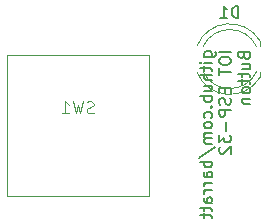
<source format=gbr>
%TF.GenerationSoftware,KiCad,Pcbnew,7.0.2*%
%TF.CreationDate,2023-11-25T23:14:47+00:00*%
%TF.ProjectId,simpleclick,73696d70-6c65-4636-9c69-636b2e6b6963,rev?*%
%TF.SameCoordinates,Original*%
%TF.FileFunction,Legend,Bot*%
%TF.FilePolarity,Positive*%
%FSLAX46Y46*%
G04 Gerber Fmt 4.6, Leading zero omitted, Abs format (unit mm)*
G04 Created by KiCad (PCBNEW 7.0.2) date 2023-11-25 23:14:47*
%MOMM*%
%LPD*%
G01*
G04 APERTURE LIST*
%ADD10C,0.150000*%
%ADD11C,0.100000*%
%ADD12C,0.120000*%
G04 APERTURE END LIST*
D10*
X130410952Y-75016666D02*
X131220476Y-75016666D01*
X131220476Y-75016666D02*
X131315714Y-74969047D01*
X131315714Y-74969047D02*
X131363333Y-74921428D01*
X131363333Y-74921428D02*
X131410952Y-74826190D01*
X131410952Y-74826190D02*
X131410952Y-74683333D01*
X131410952Y-74683333D02*
X131363333Y-74588095D01*
X131030000Y-75016666D02*
X131077619Y-74921428D01*
X131077619Y-74921428D02*
X131077619Y-74730952D01*
X131077619Y-74730952D02*
X131030000Y-74635714D01*
X131030000Y-74635714D02*
X130982380Y-74588095D01*
X130982380Y-74588095D02*
X130887142Y-74540476D01*
X130887142Y-74540476D02*
X130601428Y-74540476D01*
X130601428Y-74540476D02*
X130506190Y-74588095D01*
X130506190Y-74588095D02*
X130458571Y-74635714D01*
X130458571Y-74635714D02*
X130410952Y-74730952D01*
X130410952Y-74730952D02*
X130410952Y-74921428D01*
X130410952Y-74921428D02*
X130458571Y-75016666D01*
X131077619Y-75492857D02*
X130410952Y-75492857D01*
X130077619Y-75492857D02*
X130125238Y-75445238D01*
X130125238Y-75445238D02*
X130172857Y-75492857D01*
X130172857Y-75492857D02*
X130125238Y-75540476D01*
X130125238Y-75540476D02*
X130077619Y-75492857D01*
X130077619Y-75492857D02*
X130172857Y-75492857D01*
X130410952Y-75826190D02*
X130410952Y-76207142D01*
X130077619Y-75969047D02*
X130934761Y-75969047D01*
X130934761Y-75969047D02*
X131030000Y-76016666D01*
X131030000Y-76016666D02*
X131077619Y-76111904D01*
X131077619Y-76111904D02*
X131077619Y-76207142D01*
X131077619Y-76540476D02*
X130077619Y-76540476D01*
X131077619Y-76969047D02*
X130553809Y-76969047D01*
X130553809Y-76969047D02*
X130458571Y-76921428D01*
X130458571Y-76921428D02*
X130410952Y-76826190D01*
X130410952Y-76826190D02*
X130410952Y-76683333D01*
X130410952Y-76683333D02*
X130458571Y-76588095D01*
X130458571Y-76588095D02*
X130506190Y-76540476D01*
X130410952Y-77873809D02*
X131077619Y-77873809D01*
X130410952Y-77445238D02*
X130934761Y-77445238D01*
X130934761Y-77445238D02*
X131030000Y-77492857D01*
X131030000Y-77492857D02*
X131077619Y-77588095D01*
X131077619Y-77588095D02*
X131077619Y-77730952D01*
X131077619Y-77730952D02*
X131030000Y-77826190D01*
X131030000Y-77826190D02*
X130982380Y-77873809D01*
X131077619Y-78350000D02*
X130077619Y-78350000D01*
X130458571Y-78350000D02*
X130410952Y-78445238D01*
X130410952Y-78445238D02*
X130410952Y-78635714D01*
X130410952Y-78635714D02*
X130458571Y-78730952D01*
X130458571Y-78730952D02*
X130506190Y-78778571D01*
X130506190Y-78778571D02*
X130601428Y-78826190D01*
X130601428Y-78826190D02*
X130887142Y-78826190D01*
X130887142Y-78826190D02*
X130982380Y-78778571D01*
X130982380Y-78778571D02*
X131030000Y-78730952D01*
X131030000Y-78730952D02*
X131077619Y-78635714D01*
X131077619Y-78635714D02*
X131077619Y-78445238D01*
X131077619Y-78445238D02*
X131030000Y-78350000D01*
X130982380Y-79254762D02*
X131030000Y-79302381D01*
X131030000Y-79302381D02*
X131077619Y-79254762D01*
X131077619Y-79254762D02*
X131030000Y-79207143D01*
X131030000Y-79207143D02*
X130982380Y-79254762D01*
X130982380Y-79254762D02*
X131077619Y-79254762D01*
X131030000Y-80159523D02*
X131077619Y-80064285D01*
X131077619Y-80064285D02*
X131077619Y-79873809D01*
X131077619Y-79873809D02*
X131030000Y-79778571D01*
X131030000Y-79778571D02*
X130982380Y-79730952D01*
X130982380Y-79730952D02*
X130887142Y-79683333D01*
X130887142Y-79683333D02*
X130601428Y-79683333D01*
X130601428Y-79683333D02*
X130506190Y-79730952D01*
X130506190Y-79730952D02*
X130458571Y-79778571D01*
X130458571Y-79778571D02*
X130410952Y-79873809D01*
X130410952Y-79873809D02*
X130410952Y-80064285D01*
X130410952Y-80064285D02*
X130458571Y-80159523D01*
X131077619Y-80730952D02*
X131030000Y-80635714D01*
X131030000Y-80635714D02*
X130982380Y-80588095D01*
X130982380Y-80588095D02*
X130887142Y-80540476D01*
X130887142Y-80540476D02*
X130601428Y-80540476D01*
X130601428Y-80540476D02*
X130506190Y-80588095D01*
X130506190Y-80588095D02*
X130458571Y-80635714D01*
X130458571Y-80635714D02*
X130410952Y-80730952D01*
X130410952Y-80730952D02*
X130410952Y-80873809D01*
X130410952Y-80873809D02*
X130458571Y-80969047D01*
X130458571Y-80969047D02*
X130506190Y-81016666D01*
X130506190Y-81016666D02*
X130601428Y-81064285D01*
X130601428Y-81064285D02*
X130887142Y-81064285D01*
X130887142Y-81064285D02*
X130982380Y-81016666D01*
X130982380Y-81016666D02*
X131030000Y-80969047D01*
X131030000Y-80969047D02*
X131077619Y-80873809D01*
X131077619Y-80873809D02*
X131077619Y-80730952D01*
X131077619Y-81492857D02*
X130410952Y-81492857D01*
X130506190Y-81492857D02*
X130458571Y-81540476D01*
X130458571Y-81540476D02*
X130410952Y-81635714D01*
X130410952Y-81635714D02*
X130410952Y-81778571D01*
X130410952Y-81778571D02*
X130458571Y-81873809D01*
X130458571Y-81873809D02*
X130553809Y-81921428D01*
X130553809Y-81921428D02*
X131077619Y-81921428D01*
X130553809Y-81921428D02*
X130458571Y-81969047D01*
X130458571Y-81969047D02*
X130410952Y-82064285D01*
X130410952Y-82064285D02*
X130410952Y-82207142D01*
X130410952Y-82207142D02*
X130458571Y-82302381D01*
X130458571Y-82302381D02*
X130553809Y-82350000D01*
X130553809Y-82350000D02*
X131077619Y-82350000D01*
X130030000Y-83540475D02*
X131315714Y-82683333D01*
X131077619Y-83873809D02*
X130077619Y-83873809D01*
X130458571Y-83873809D02*
X130410952Y-83969047D01*
X130410952Y-83969047D02*
X130410952Y-84159523D01*
X130410952Y-84159523D02*
X130458571Y-84254761D01*
X130458571Y-84254761D02*
X130506190Y-84302380D01*
X130506190Y-84302380D02*
X130601428Y-84349999D01*
X130601428Y-84349999D02*
X130887142Y-84349999D01*
X130887142Y-84349999D02*
X130982380Y-84302380D01*
X130982380Y-84302380D02*
X131030000Y-84254761D01*
X131030000Y-84254761D02*
X131077619Y-84159523D01*
X131077619Y-84159523D02*
X131077619Y-83969047D01*
X131077619Y-83969047D02*
X131030000Y-83873809D01*
X131077619Y-85207142D02*
X130553809Y-85207142D01*
X130553809Y-85207142D02*
X130458571Y-85159523D01*
X130458571Y-85159523D02*
X130410952Y-85064285D01*
X130410952Y-85064285D02*
X130410952Y-84873809D01*
X130410952Y-84873809D02*
X130458571Y-84778571D01*
X131030000Y-85207142D02*
X131077619Y-85111904D01*
X131077619Y-85111904D02*
X131077619Y-84873809D01*
X131077619Y-84873809D02*
X131030000Y-84778571D01*
X131030000Y-84778571D02*
X130934761Y-84730952D01*
X130934761Y-84730952D02*
X130839523Y-84730952D01*
X130839523Y-84730952D02*
X130744285Y-84778571D01*
X130744285Y-84778571D02*
X130696666Y-84873809D01*
X130696666Y-84873809D02*
X130696666Y-85111904D01*
X130696666Y-85111904D02*
X130649047Y-85207142D01*
X131077619Y-85683333D02*
X130410952Y-85683333D01*
X130601428Y-85683333D02*
X130506190Y-85730952D01*
X130506190Y-85730952D02*
X130458571Y-85778571D01*
X130458571Y-85778571D02*
X130410952Y-85873809D01*
X130410952Y-85873809D02*
X130410952Y-85969047D01*
X131077619Y-86302381D02*
X130410952Y-86302381D01*
X130601428Y-86302381D02*
X130506190Y-86350000D01*
X130506190Y-86350000D02*
X130458571Y-86397619D01*
X130458571Y-86397619D02*
X130410952Y-86492857D01*
X130410952Y-86492857D02*
X130410952Y-86588095D01*
X131077619Y-87350000D02*
X130553809Y-87350000D01*
X130553809Y-87350000D02*
X130458571Y-87302381D01*
X130458571Y-87302381D02*
X130410952Y-87207143D01*
X130410952Y-87207143D02*
X130410952Y-87016667D01*
X130410952Y-87016667D02*
X130458571Y-86921429D01*
X131030000Y-87350000D02*
X131077619Y-87254762D01*
X131077619Y-87254762D02*
X131077619Y-87016667D01*
X131077619Y-87016667D02*
X131030000Y-86921429D01*
X131030000Y-86921429D02*
X130934761Y-86873810D01*
X130934761Y-86873810D02*
X130839523Y-86873810D01*
X130839523Y-86873810D02*
X130744285Y-86921429D01*
X130744285Y-86921429D02*
X130696666Y-87016667D01*
X130696666Y-87016667D02*
X130696666Y-87254762D01*
X130696666Y-87254762D02*
X130649047Y-87350000D01*
X130410952Y-87683334D02*
X130410952Y-88064286D01*
X130077619Y-87826191D02*
X130934761Y-87826191D01*
X130934761Y-87826191D02*
X131030000Y-87873810D01*
X131030000Y-87873810D02*
X131077619Y-87969048D01*
X131077619Y-87969048D02*
X131077619Y-88064286D01*
X130410952Y-88254763D02*
X130410952Y-88635715D01*
X130077619Y-88397620D02*
X130934761Y-88397620D01*
X130934761Y-88397620D02*
X131030000Y-88445239D01*
X131030000Y-88445239D02*
X131077619Y-88540477D01*
X131077619Y-88540477D02*
X131077619Y-88635715D01*
X132697619Y-74588095D02*
X131697619Y-74588095D01*
X131697619Y-75254761D02*
X131697619Y-75445237D01*
X131697619Y-75445237D02*
X131745238Y-75540475D01*
X131745238Y-75540475D02*
X131840476Y-75635713D01*
X131840476Y-75635713D02*
X132030952Y-75683332D01*
X132030952Y-75683332D02*
X132364285Y-75683332D01*
X132364285Y-75683332D02*
X132554761Y-75635713D01*
X132554761Y-75635713D02*
X132650000Y-75540475D01*
X132650000Y-75540475D02*
X132697619Y-75445237D01*
X132697619Y-75445237D02*
X132697619Y-75254761D01*
X132697619Y-75254761D02*
X132650000Y-75159523D01*
X132650000Y-75159523D02*
X132554761Y-75064285D01*
X132554761Y-75064285D02*
X132364285Y-75016666D01*
X132364285Y-75016666D02*
X132030952Y-75016666D01*
X132030952Y-75016666D02*
X131840476Y-75064285D01*
X131840476Y-75064285D02*
X131745238Y-75159523D01*
X131745238Y-75159523D02*
X131697619Y-75254761D01*
X131697619Y-75969047D02*
X131697619Y-76540475D01*
X132697619Y-76254761D02*
X131697619Y-76254761D01*
X132173809Y-77635714D02*
X132173809Y-77969047D01*
X132697619Y-78111904D02*
X132697619Y-77635714D01*
X132697619Y-77635714D02*
X131697619Y-77635714D01*
X131697619Y-77635714D02*
X131697619Y-78111904D01*
X132650000Y-78492857D02*
X132697619Y-78635714D01*
X132697619Y-78635714D02*
X132697619Y-78873809D01*
X132697619Y-78873809D02*
X132650000Y-78969047D01*
X132650000Y-78969047D02*
X132602380Y-79016666D01*
X132602380Y-79016666D02*
X132507142Y-79064285D01*
X132507142Y-79064285D02*
X132411904Y-79064285D01*
X132411904Y-79064285D02*
X132316666Y-79016666D01*
X132316666Y-79016666D02*
X132269047Y-78969047D01*
X132269047Y-78969047D02*
X132221428Y-78873809D01*
X132221428Y-78873809D02*
X132173809Y-78683333D01*
X132173809Y-78683333D02*
X132126190Y-78588095D01*
X132126190Y-78588095D02*
X132078571Y-78540476D01*
X132078571Y-78540476D02*
X131983333Y-78492857D01*
X131983333Y-78492857D02*
X131888095Y-78492857D01*
X131888095Y-78492857D02*
X131792857Y-78540476D01*
X131792857Y-78540476D02*
X131745238Y-78588095D01*
X131745238Y-78588095D02*
X131697619Y-78683333D01*
X131697619Y-78683333D02*
X131697619Y-78921428D01*
X131697619Y-78921428D02*
X131745238Y-79064285D01*
X132697619Y-79492857D02*
X131697619Y-79492857D01*
X131697619Y-79492857D02*
X131697619Y-79873809D01*
X131697619Y-79873809D02*
X131745238Y-79969047D01*
X131745238Y-79969047D02*
X131792857Y-80016666D01*
X131792857Y-80016666D02*
X131888095Y-80064285D01*
X131888095Y-80064285D02*
X132030952Y-80064285D01*
X132030952Y-80064285D02*
X132126190Y-80016666D01*
X132126190Y-80016666D02*
X132173809Y-79969047D01*
X132173809Y-79969047D02*
X132221428Y-79873809D01*
X132221428Y-79873809D02*
X132221428Y-79492857D01*
X132316666Y-80492857D02*
X132316666Y-81254762D01*
X131697619Y-81635714D02*
X131697619Y-82254761D01*
X131697619Y-82254761D02*
X132078571Y-81921428D01*
X132078571Y-81921428D02*
X132078571Y-82064285D01*
X132078571Y-82064285D02*
X132126190Y-82159523D01*
X132126190Y-82159523D02*
X132173809Y-82207142D01*
X132173809Y-82207142D02*
X132269047Y-82254761D01*
X132269047Y-82254761D02*
X132507142Y-82254761D01*
X132507142Y-82254761D02*
X132602380Y-82207142D01*
X132602380Y-82207142D02*
X132650000Y-82159523D01*
X132650000Y-82159523D02*
X132697619Y-82064285D01*
X132697619Y-82064285D02*
X132697619Y-81778571D01*
X132697619Y-81778571D02*
X132650000Y-81683333D01*
X132650000Y-81683333D02*
X132602380Y-81635714D01*
X131792857Y-82635714D02*
X131745238Y-82683333D01*
X131745238Y-82683333D02*
X131697619Y-82778571D01*
X131697619Y-82778571D02*
X131697619Y-83016666D01*
X131697619Y-83016666D02*
X131745238Y-83111904D01*
X131745238Y-83111904D02*
X131792857Y-83159523D01*
X131792857Y-83159523D02*
X131888095Y-83207142D01*
X131888095Y-83207142D02*
X131983333Y-83207142D01*
X131983333Y-83207142D02*
X132126190Y-83159523D01*
X132126190Y-83159523D02*
X132697619Y-82588095D01*
X132697619Y-82588095D02*
X132697619Y-83207142D01*
X133793809Y-74921428D02*
X133841428Y-75064285D01*
X133841428Y-75064285D02*
X133889047Y-75111904D01*
X133889047Y-75111904D02*
X133984285Y-75159523D01*
X133984285Y-75159523D02*
X134127142Y-75159523D01*
X134127142Y-75159523D02*
X134222380Y-75111904D01*
X134222380Y-75111904D02*
X134270000Y-75064285D01*
X134270000Y-75064285D02*
X134317619Y-74969047D01*
X134317619Y-74969047D02*
X134317619Y-74588095D01*
X134317619Y-74588095D02*
X133317619Y-74588095D01*
X133317619Y-74588095D02*
X133317619Y-74921428D01*
X133317619Y-74921428D02*
X133365238Y-75016666D01*
X133365238Y-75016666D02*
X133412857Y-75064285D01*
X133412857Y-75064285D02*
X133508095Y-75111904D01*
X133508095Y-75111904D02*
X133603333Y-75111904D01*
X133603333Y-75111904D02*
X133698571Y-75064285D01*
X133698571Y-75064285D02*
X133746190Y-75016666D01*
X133746190Y-75016666D02*
X133793809Y-74921428D01*
X133793809Y-74921428D02*
X133793809Y-74588095D01*
X133650952Y-76016666D02*
X134317619Y-76016666D01*
X133650952Y-75588095D02*
X134174761Y-75588095D01*
X134174761Y-75588095D02*
X134270000Y-75635714D01*
X134270000Y-75635714D02*
X134317619Y-75730952D01*
X134317619Y-75730952D02*
X134317619Y-75873809D01*
X134317619Y-75873809D02*
X134270000Y-75969047D01*
X134270000Y-75969047D02*
X134222380Y-76016666D01*
X133650952Y-76350000D02*
X133650952Y-76730952D01*
X133317619Y-76492857D02*
X134174761Y-76492857D01*
X134174761Y-76492857D02*
X134270000Y-76540476D01*
X134270000Y-76540476D02*
X134317619Y-76635714D01*
X134317619Y-76635714D02*
X134317619Y-76730952D01*
X133650952Y-76921429D02*
X133650952Y-77302381D01*
X133317619Y-77064286D02*
X134174761Y-77064286D01*
X134174761Y-77064286D02*
X134270000Y-77111905D01*
X134270000Y-77111905D02*
X134317619Y-77207143D01*
X134317619Y-77207143D02*
X134317619Y-77302381D01*
X134317619Y-77778572D02*
X134270000Y-77683334D01*
X134270000Y-77683334D02*
X134222380Y-77635715D01*
X134222380Y-77635715D02*
X134127142Y-77588096D01*
X134127142Y-77588096D02*
X133841428Y-77588096D01*
X133841428Y-77588096D02*
X133746190Y-77635715D01*
X133746190Y-77635715D02*
X133698571Y-77683334D01*
X133698571Y-77683334D02*
X133650952Y-77778572D01*
X133650952Y-77778572D02*
X133650952Y-77921429D01*
X133650952Y-77921429D02*
X133698571Y-78016667D01*
X133698571Y-78016667D02*
X133746190Y-78064286D01*
X133746190Y-78064286D02*
X133841428Y-78111905D01*
X133841428Y-78111905D02*
X134127142Y-78111905D01*
X134127142Y-78111905D02*
X134222380Y-78064286D01*
X134222380Y-78064286D02*
X134270000Y-78016667D01*
X134270000Y-78016667D02*
X134317619Y-77921429D01*
X134317619Y-77921429D02*
X134317619Y-77778572D01*
X133650952Y-78540477D02*
X134317619Y-78540477D01*
X133746190Y-78540477D02*
X133698571Y-78588096D01*
X133698571Y-78588096D02*
X133650952Y-78683334D01*
X133650952Y-78683334D02*
X133650952Y-78826191D01*
X133650952Y-78826191D02*
X133698571Y-78921429D01*
X133698571Y-78921429D02*
X133793809Y-78969048D01*
X133793809Y-78969048D02*
X134317619Y-78969048D01*
%TO.C,D1*%
X133333094Y-71702619D02*
X133333094Y-70702619D01*
X133333094Y-70702619D02*
X133094999Y-70702619D01*
X133094999Y-70702619D02*
X132952142Y-70750238D01*
X132952142Y-70750238D02*
X132856904Y-70845476D01*
X132856904Y-70845476D02*
X132809285Y-70940714D01*
X132809285Y-70940714D02*
X132761666Y-71131190D01*
X132761666Y-71131190D02*
X132761666Y-71274047D01*
X132761666Y-71274047D02*
X132809285Y-71464523D01*
X132809285Y-71464523D02*
X132856904Y-71559761D01*
X132856904Y-71559761D02*
X132952142Y-71655000D01*
X132952142Y-71655000D02*
X133094999Y-71702619D01*
X133094999Y-71702619D02*
X133333094Y-71702619D01*
X131809285Y-71702619D02*
X132380713Y-71702619D01*
X132094999Y-71702619D02*
X132094999Y-70702619D01*
X132094999Y-70702619D02*
X132190237Y-70845476D01*
X132190237Y-70845476D02*
X132285475Y-70940714D01*
X132285475Y-70940714D02*
X132380713Y-70988333D01*
D11*
%TO.C,SW1*%
X121063332Y-79735000D02*
X120920475Y-79782619D01*
X120920475Y-79782619D02*
X120682380Y-79782619D01*
X120682380Y-79782619D02*
X120587142Y-79735000D01*
X120587142Y-79735000D02*
X120539523Y-79687380D01*
X120539523Y-79687380D02*
X120491904Y-79592142D01*
X120491904Y-79592142D02*
X120491904Y-79496904D01*
X120491904Y-79496904D02*
X120539523Y-79401666D01*
X120539523Y-79401666D02*
X120587142Y-79354047D01*
X120587142Y-79354047D02*
X120682380Y-79306428D01*
X120682380Y-79306428D02*
X120872856Y-79258809D01*
X120872856Y-79258809D02*
X120968094Y-79211190D01*
X120968094Y-79211190D02*
X121015713Y-79163571D01*
X121015713Y-79163571D02*
X121063332Y-79068333D01*
X121063332Y-79068333D02*
X121063332Y-78973095D01*
X121063332Y-78973095D02*
X121015713Y-78877857D01*
X121015713Y-78877857D02*
X120968094Y-78830238D01*
X120968094Y-78830238D02*
X120872856Y-78782619D01*
X120872856Y-78782619D02*
X120634761Y-78782619D01*
X120634761Y-78782619D02*
X120491904Y-78830238D01*
X120158570Y-78782619D02*
X119920475Y-79782619D01*
X119920475Y-79782619D02*
X119729999Y-79068333D01*
X119729999Y-79068333D02*
X119539523Y-79782619D01*
X119539523Y-79782619D02*
X119301428Y-78782619D01*
X118396666Y-79782619D02*
X118968094Y-79782619D01*
X118682380Y-79782619D02*
X118682380Y-78782619D01*
X118682380Y-78782619D02*
X118777618Y-78925476D01*
X118777618Y-78925476D02*
X118872856Y-79020714D01*
X118872856Y-79020714D02*
X118968094Y-79068333D01*
D12*
%TO.C,D1*%
X135155000Y-76280000D02*
X135155000Y-76745000D01*
X135155000Y-73655000D02*
X135155000Y-74120000D01*
X129807186Y-76280827D02*
G75*
G03*
X135154999Y-76744830I2787814J1080827D01*
G01*
X130340522Y-76280428D02*
G75*
G03*
X134849683Y-76280000I2254478J1080428D01*
G01*
X134849684Y-74120000D02*
G75*
G03*
X130340521Y-74119571I-2254684J-1080000D01*
G01*
X135154999Y-73655170D02*
G75*
G03*
X129807186Y-74119173I-2559999J-1544830D01*
G01*
D11*
%TO.C,SW1*%
X125730000Y-74820000D02*
X113730000Y-74820000D01*
X113730000Y-74820000D02*
X113730000Y-86820000D01*
X113730000Y-86820000D02*
X125730000Y-86820000D01*
X125730000Y-86820000D02*
X125730000Y-74820000D01*
%TD*%
M02*

</source>
